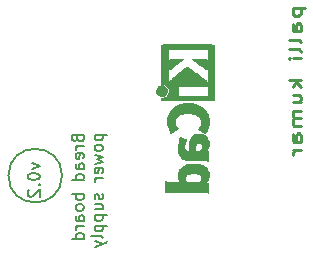
<source format=gbo>
%TF.GenerationSoftware,KiCad,Pcbnew,7.0.6*%
%TF.CreationDate,2023-08-31T21:11:47+05:30*%
%TF.ProjectId,bread board,62726561-6420-4626-9f61-72642e6b6963,rev?*%
%TF.SameCoordinates,Original*%
%TF.FileFunction,Legend,Bot*%
%TF.FilePolarity,Positive*%
%FSLAX46Y46*%
G04 Gerber Fmt 4.6, Leading zero omitted, Abs format (unit mm)*
G04 Created by KiCad (PCBNEW 7.0.6) date 2023-08-31 21:11:47*
%MOMM*%
%LPD*%
G01*
G04 APERTURE LIST*
%ADD10C,0.250000*%
%ADD11C,0.150000*%
%ADD12C,0.010000*%
G04 APERTURE END LIST*
D10*
X117815952Y-109233615D02*
X118815952Y-109233615D01*
X117863571Y-109233615D02*
X117815952Y-109376473D01*
X117815952Y-109376473D02*
X117815952Y-109662187D01*
X117815952Y-109662187D02*
X117863571Y-109805044D01*
X117863571Y-109805044D02*
X117911190Y-109876473D01*
X117911190Y-109876473D02*
X118006428Y-109947901D01*
X118006428Y-109947901D02*
X118292142Y-109947901D01*
X118292142Y-109947901D02*
X118387380Y-109876473D01*
X118387380Y-109876473D02*
X118435000Y-109805044D01*
X118435000Y-109805044D02*
X118482619Y-109662187D01*
X118482619Y-109662187D02*
X118482619Y-109376473D01*
X118482619Y-109376473D02*
X118435000Y-109233615D01*
X118482619Y-111233616D02*
X117958809Y-111233616D01*
X117958809Y-111233616D02*
X117863571Y-111162187D01*
X117863571Y-111162187D02*
X117815952Y-111019330D01*
X117815952Y-111019330D02*
X117815952Y-110733616D01*
X117815952Y-110733616D02*
X117863571Y-110590758D01*
X118435000Y-111233616D02*
X118482619Y-111090758D01*
X118482619Y-111090758D02*
X118482619Y-110733616D01*
X118482619Y-110733616D02*
X118435000Y-110590758D01*
X118435000Y-110590758D02*
X118339761Y-110519330D01*
X118339761Y-110519330D02*
X118244523Y-110519330D01*
X118244523Y-110519330D02*
X118149285Y-110590758D01*
X118149285Y-110590758D02*
X118101666Y-110733616D01*
X118101666Y-110733616D02*
X118101666Y-111090758D01*
X118101666Y-111090758D02*
X118054047Y-111233616D01*
X118482619Y-112162187D02*
X118435000Y-112019330D01*
X118435000Y-112019330D02*
X118339761Y-111947901D01*
X118339761Y-111947901D02*
X117482619Y-111947901D01*
X118482619Y-112947901D02*
X118435000Y-112805044D01*
X118435000Y-112805044D02*
X118339761Y-112733615D01*
X118339761Y-112733615D02*
X117482619Y-112733615D01*
X118482619Y-113519329D02*
X117815952Y-113519329D01*
X117482619Y-113519329D02*
X117530238Y-113447901D01*
X117530238Y-113447901D02*
X117577857Y-113519329D01*
X117577857Y-113519329D02*
X117530238Y-113590758D01*
X117530238Y-113590758D02*
X117482619Y-113519329D01*
X117482619Y-113519329D02*
X117577857Y-113519329D01*
X118482619Y-115376472D02*
X117482619Y-115376472D01*
X118101666Y-115519330D02*
X118482619Y-115947901D01*
X117815952Y-115947901D02*
X118196904Y-115376472D01*
X117815952Y-117233616D02*
X118482619Y-117233616D01*
X117815952Y-116590758D02*
X118339761Y-116590758D01*
X118339761Y-116590758D02*
X118435000Y-116662187D01*
X118435000Y-116662187D02*
X118482619Y-116805044D01*
X118482619Y-116805044D02*
X118482619Y-117019330D01*
X118482619Y-117019330D02*
X118435000Y-117162187D01*
X118435000Y-117162187D02*
X118387380Y-117233616D01*
X118482619Y-117947901D02*
X117815952Y-117947901D01*
X117911190Y-117947901D02*
X117863571Y-118019330D01*
X117863571Y-118019330D02*
X117815952Y-118162187D01*
X117815952Y-118162187D02*
X117815952Y-118376473D01*
X117815952Y-118376473D02*
X117863571Y-118519330D01*
X117863571Y-118519330D02*
X117958809Y-118590759D01*
X117958809Y-118590759D02*
X118482619Y-118590759D01*
X117958809Y-118590759D02*
X117863571Y-118662187D01*
X117863571Y-118662187D02*
X117815952Y-118805044D01*
X117815952Y-118805044D02*
X117815952Y-119019330D01*
X117815952Y-119019330D02*
X117863571Y-119162187D01*
X117863571Y-119162187D02*
X117958809Y-119233616D01*
X117958809Y-119233616D02*
X118482619Y-119233616D01*
X118482619Y-120590759D02*
X117958809Y-120590759D01*
X117958809Y-120590759D02*
X117863571Y-120519330D01*
X117863571Y-120519330D02*
X117815952Y-120376473D01*
X117815952Y-120376473D02*
X117815952Y-120090759D01*
X117815952Y-120090759D02*
X117863571Y-119947901D01*
X118435000Y-120590759D02*
X118482619Y-120447901D01*
X118482619Y-120447901D02*
X118482619Y-120090759D01*
X118482619Y-120090759D02*
X118435000Y-119947901D01*
X118435000Y-119947901D02*
X118339761Y-119876473D01*
X118339761Y-119876473D02*
X118244523Y-119876473D01*
X118244523Y-119876473D02*
X118149285Y-119947901D01*
X118149285Y-119947901D02*
X118101666Y-120090759D01*
X118101666Y-120090759D02*
X118101666Y-120447901D01*
X118101666Y-120447901D02*
X118054047Y-120590759D01*
X118482619Y-121305044D02*
X117815952Y-121305044D01*
X118006428Y-121305044D02*
X117911190Y-121376473D01*
X117911190Y-121376473D02*
X117863571Y-121447902D01*
X117863571Y-121447902D02*
X117815952Y-121590759D01*
X117815952Y-121590759D02*
X117815952Y-121733616D01*
D11*
X99590009Y-120304112D02*
X99637628Y-120446969D01*
X99637628Y-120446969D02*
X99685247Y-120494588D01*
X99685247Y-120494588D02*
X99780485Y-120542207D01*
X99780485Y-120542207D02*
X99923342Y-120542207D01*
X99923342Y-120542207D02*
X100018580Y-120494588D01*
X100018580Y-120494588D02*
X100066200Y-120446969D01*
X100066200Y-120446969D02*
X100113819Y-120351731D01*
X100113819Y-120351731D02*
X100113819Y-119970779D01*
X100113819Y-119970779D02*
X99113819Y-119970779D01*
X99113819Y-119970779D02*
X99113819Y-120304112D01*
X99113819Y-120304112D02*
X99161438Y-120399350D01*
X99161438Y-120399350D02*
X99209057Y-120446969D01*
X99209057Y-120446969D02*
X99304295Y-120494588D01*
X99304295Y-120494588D02*
X99399533Y-120494588D01*
X99399533Y-120494588D02*
X99494771Y-120446969D01*
X99494771Y-120446969D02*
X99542390Y-120399350D01*
X99542390Y-120399350D02*
X99590009Y-120304112D01*
X99590009Y-120304112D02*
X99590009Y-119970779D01*
X100113819Y-120970779D02*
X99447152Y-120970779D01*
X99637628Y-120970779D02*
X99542390Y-121018398D01*
X99542390Y-121018398D02*
X99494771Y-121066017D01*
X99494771Y-121066017D02*
X99447152Y-121161255D01*
X99447152Y-121161255D02*
X99447152Y-121256493D01*
X100066200Y-121970779D02*
X100113819Y-121875541D01*
X100113819Y-121875541D02*
X100113819Y-121685065D01*
X100113819Y-121685065D02*
X100066200Y-121589827D01*
X100066200Y-121589827D02*
X99970961Y-121542208D01*
X99970961Y-121542208D02*
X99590009Y-121542208D01*
X99590009Y-121542208D02*
X99494771Y-121589827D01*
X99494771Y-121589827D02*
X99447152Y-121685065D01*
X99447152Y-121685065D02*
X99447152Y-121875541D01*
X99447152Y-121875541D02*
X99494771Y-121970779D01*
X99494771Y-121970779D02*
X99590009Y-122018398D01*
X99590009Y-122018398D02*
X99685247Y-122018398D01*
X99685247Y-122018398D02*
X99780485Y-121542208D01*
X100113819Y-122875541D02*
X99590009Y-122875541D01*
X99590009Y-122875541D02*
X99494771Y-122827922D01*
X99494771Y-122827922D02*
X99447152Y-122732684D01*
X99447152Y-122732684D02*
X99447152Y-122542208D01*
X99447152Y-122542208D02*
X99494771Y-122446970D01*
X100066200Y-122875541D02*
X100113819Y-122780303D01*
X100113819Y-122780303D02*
X100113819Y-122542208D01*
X100113819Y-122542208D02*
X100066200Y-122446970D01*
X100066200Y-122446970D02*
X99970961Y-122399351D01*
X99970961Y-122399351D02*
X99875723Y-122399351D01*
X99875723Y-122399351D02*
X99780485Y-122446970D01*
X99780485Y-122446970D02*
X99732866Y-122542208D01*
X99732866Y-122542208D02*
X99732866Y-122780303D01*
X99732866Y-122780303D02*
X99685247Y-122875541D01*
X100113819Y-123780303D02*
X99113819Y-123780303D01*
X100066200Y-123780303D02*
X100113819Y-123685065D01*
X100113819Y-123685065D02*
X100113819Y-123494589D01*
X100113819Y-123494589D02*
X100066200Y-123399351D01*
X100066200Y-123399351D02*
X100018580Y-123351732D01*
X100018580Y-123351732D02*
X99923342Y-123304113D01*
X99923342Y-123304113D02*
X99637628Y-123304113D01*
X99637628Y-123304113D02*
X99542390Y-123351732D01*
X99542390Y-123351732D02*
X99494771Y-123399351D01*
X99494771Y-123399351D02*
X99447152Y-123494589D01*
X99447152Y-123494589D02*
X99447152Y-123685065D01*
X99447152Y-123685065D02*
X99494771Y-123780303D01*
X100113819Y-125018399D02*
X99113819Y-125018399D01*
X99494771Y-125018399D02*
X99447152Y-125113637D01*
X99447152Y-125113637D02*
X99447152Y-125304113D01*
X99447152Y-125304113D02*
X99494771Y-125399351D01*
X99494771Y-125399351D02*
X99542390Y-125446970D01*
X99542390Y-125446970D02*
X99637628Y-125494589D01*
X99637628Y-125494589D02*
X99923342Y-125494589D01*
X99923342Y-125494589D02*
X100018580Y-125446970D01*
X100018580Y-125446970D02*
X100066200Y-125399351D01*
X100066200Y-125399351D02*
X100113819Y-125304113D01*
X100113819Y-125304113D02*
X100113819Y-125113637D01*
X100113819Y-125113637D02*
X100066200Y-125018399D01*
X100113819Y-126066018D02*
X100066200Y-125970780D01*
X100066200Y-125970780D02*
X100018580Y-125923161D01*
X100018580Y-125923161D02*
X99923342Y-125875542D01*
X99923342Y-125875542D02*
X99637628Y-125875542D01*
X99637628Y-125875542D02*
X99542390Y-125923161D01*
X99542390Y-125923161D02*
X99494771Y-125970780D01*
X99494771Y-125970780D02*
X99447152Y-126066018D01*
X99447152Y-126066018D02*
X99447152Y-126208875D01*
X99447152Y-126208875D02*
X99494771Y-126304113D01*
X99494771Y-126304113D02*
X99542390Y-126351732D01*
X99542390Y-126351732D02*
X99637628Y-126399351D01*
X99637628Y-126399351D02*
X99923342Y-126399351D01*
X99923342Y-126399351D02*
X100018580Y-126351732D01*
X100018580Y-126351732D02*
X100066200Y-126304113D01*
X100066200Y-126304113D02*
X100113819Y-126208875D01*
X100113819Y-126208875D02*
X100113819Y-126066018D01*
X100113819Y-127256494D02*
X99590009Y-127256494D01*
X99590009Y-127256494D02*
X99494771Y-127208875D01*
X99494771Y-127208875D02*
X99447152Y-127113637D01*
X99447152Y-127113637D02*
X99447152Y-126923161D01*
X99447152Y-126923161D02*
X99494771Y-126827923D01*
X100066200Y-127256494D02*
X100113819Y-127161256D01*
X100113819Y-127161256D02*
X100113819Y-126923161D01*
X100113819Y-126923161D02*
X100066200Y-126827923D01*
X100066200Y-126827923D02*
X99970961Y-126780304D01*
X99970961Y-126780304D02*
X99875723Y-126780304D01*
X99875723Y-126780304D02*
X99780485Y-126827923D01*
X99780485Y-126827923D02*
X99732866Y-126923161D01*
X99732866Y-126923161D02*
X99732866Y-127161256D01*
X99732866Y-127161256D02*
X99685247Y-127256494D01*
X100113819Y-127732685D02*
X99447152Y-127732685D01*
X99637628Y-127732685D02*
X99542390Y-127780304D01*
X99542390Y-127780304D02*
X99494771Y-127827923D01*
X99494771Y-127827923D02*
X99447152Y-127923161D01*
X99447152Y-127923161D02*
X99447152Y-128018399D01*
X100113819Y-128780304D02*
X99113819Y-128780304D01*
X100066200Y-128780304D02*
X100113819Y-128685066D01*
X100113819Y-128685066D02*
X100113819Y-128494590D01*
X100113819Y-128494590D02*
X100066200Y-128399352D01*
X100066200Y-128399352D02*
X100018580Y-128351733D01*
X100018580Y-128351733D02*
X99923342Y-128304114D01*
X99923342Y-128304114D02*
X99637628Y-128304114D01*
X99637628Y-128304114D02*
X99542390Y-128351733D01*
X99542390Y-128351733D02*
X99494771Y-128399352D01*
X99494771Y-128399352D02*
X99447152Y-128494590D01*
X99447152Y-128494590D02*
X99447152Y-128685066D01*
X99447152Y-128685066D02*
X99494771Y-128780304D01*
X101057152Y-119970779D02*
X102057152Y-119970779D01*
X101104771Y-119970779D02*
X101057152Y-120066017D01*
X101057152Y-120066017D02*
X101057152Y-120256493D01*
X101057152Y-120256493D02*
X101104771Y-120351731D01*
X101104771Y-120351731D02*
X101152390Y-120399350D01*
X101152390Y-120399350D02*
X101247628Y-120446969D01*
X101247628Y-120446969D02*
X101533342Y-120446969D01*
X101533342Y-120446969D02*
X101628580Y-120399350D01*
X101628580Y-120399350D02*
X101676200Y-120351731D01*
X101676200Y-120351731D02*
X101723819Y-120256493D01*
X101723819Y-120256493D02*
X101723819Y-120066017D01*
X101723819Y-120066017D02*
X101676200Y-119970779D01*
X101723819Y-121018398D02*
X101676200Y-120923160D01*
X101676200Y-120923160D02*
X101628580Y-120875541D01*
X101628580Y-120875541D02*
X101533342Y-120827922D01*
X101533342Y-120827922D02*
X101247628Y-120827922D01*
X101247628Y-120827922D02*
X101152390Y-120875541D01*
X101152390Y-120875541D02*
X101104771Y-120923160D01*
X101104771Y-120923160D02*
X101057152Y-121018398D01*
X101057152Y-121018398D02*
X101057152Y-121161255D01*
X101057152Y-121161255D02*
X101104771Y-121256493D01*
X101104771Y-121256493D02*
X101152390Y-121304112D01*
X101152390Y-121304112D02*
X101247628Y-121351731D01*
X101247628Y-121351731D02*
X101533342Y-121351731D01*
X101533342Y-121351731D02*
X101628580Y-121304112D01*
X101628580Y-121304112D02*
X101676200Y-121256493D01*
X101676200Y-121256493D02*
X101723819Y-121161255D01*
X101723819Y-121161255D02*
X101723819Y-121018398D01*
X101057152Y-121685065D02*
X101723819Y-121875541D01*
X101723819Y-121875541D02*
X101247628Y-122066017D01*
X101247628Y-122066017D02*
X101723819Y-122256493D01*
X101723819Y-122256493D02*
X101057152Y-122446969D01*
X101676200Y-123208874D02*
X101723819Y-123113636D01*
X101723819Y-123113636D02*
X101723819Y-122923160D01*
X101723819Y-122923160D02*
X101676200Y-122827922D01*
X101676200Y-122827922D02*
X101580961Y-122780303D01*
X101580961Y-122780303D02*
X101200009Y-122780303D01*
X101200009Y-122780303D02*
X101104771Y-122827922D01*
X101104771Y-122827922D02*
X101057152Y-122923160D01*
X101057152Y-122923160D02*
X101057152Y-123113636D01*
X101057152Y-123113636D02*
X101104771Y-123208874D01*
X101104771Y-123208874D02*
X101200009Y-123256493D01*
X101200009Y-123256493D02*
X101295247Y-123256493D01*
X101295247Y-123256493D02*
X101390485Y-122780303D01*
X101723819Y-123685065D02*
X101057152Y-123685065D01*
X101247628Y-123685065D02*
X101152390Y-123732684D01*
X101152390Y-123732684D02*
X101104771Y-123780303D01*
X101104771Y-123780303D02*
X101057152Y-123875541D01*
X101057152Y-123875541D02*
X101057152Y-123970779D01*
X101676200Y-125018399D02*
X101723819Y-125113637D01*
X101723819Y-125113637D02*
X101723819Y-125304113D01*
X101723819Y-125304113D02*
X101676200Y-125399351D01*
X101676200Y-125399351D02*
X101580961Y-125446970D01*
X101580961Y-125446970D02*
X101533342Y-125446970D01*
X101533342Y-125446970D02*
X101438104Y-125399351D01*
X101438104Y-125399351D02*
X101390485Y-125304113D01*
X101390485Y-125304113D02*
X101390485Y-125161256D01*
X101390485Y-125161256D02*
X101342866Y-125066018D01*
X101342866Y-125066018D02*
X101247628Y-125018399D01*
X101247628Y-125018399D02*
X101200009Y-125018399D01*
X101200009Y-125018399D02*
X101104771Y-125066018D01*
X101104771Y-125066018D02*
X101057152Y-125161256D01*
X101057152Y-125161256D02*
X101057152Y-125304113D01*
X101057152Y-125304113D02*
X101104771Y-125399351D01*
X101057152Y-126304113D02*
X101723819Y-126304113D01*
X101057152Y-125875542D02*
X101580961Y-125875542D01*
X101580961Y-125875542D02*
X101676200Y-125923161D01*
X101676200Y-125923161D02*
X101723819Y-126018399D01*
X101723819Y-126018399D02*
X101723819Y-126161256D01*
X101723819Y-126161256D02*
X101676200Y-126256494D01*
X101676200Y-126256494D02*
X101628580Y-126304113D01*
X101057152Y-126780304D02*
X102057152Y-126780304D01*
X101104771Y-126780304D02*
X101057152Y-126875542D01*
X101057152Y-126875542D02*
X101057152Y-127066018D01*
X101057152Y-127066018D02*
X101104771Y-127161256D01*
X101104771Y-127161256D02*
X101152390Y-127208875D01*
X101152390Y-127208875D02*
X101247628Y-127256494D01*
X101247628Y-127256494D02*
X101533342Y-127256494D01*
X101533342Y-127256494D02*
X101628580Y-127208875D01*
X101628580Y-127208875D02*
X101676200Y-127161256D01*
X101676200Y-127161256D02*
X101723819Y-127066018D01*
X101723819Y-127066018D02*
X101723819Y-126875542D01*
X101723819Y-126875542D02*
X101676200Y-126780304D01*
X101057152Y-127685066D02*
X102057152Y-127685066D01*
X101104771Y-127685066D02*
X101057152Y-127780304D01*
X101057152Y-127780304D02*
X101057152Y-127970780D01*
X101057152Y-127970780D02*
X101104771Y-128066018D01*
X101104771Y-128066018D02*
X101152390Y-128113637D01*
X101152390Y-128113637D02*
X101247628Y-128161256D01*
X101247628Y-128161256D02*
X101533342Y-128161256D01*
X101533342Y-128161256D02*
X101628580Y-128113637D01*
X101628580Y-128113637D02*
X101676200Y-128066018D01*
X101676200Y-128066018D02*
X101723819Y-127970780D01*
X101723819Y-127970780D02*
X101723819Y-127780304D01*
X101723819Y-127780304D02*
X101676200Y-127685066D01*
X101723819Y-128732685D02*
X101676200Y-128637447D01*
X101676200Y-128637447D02*
X101580961Y-128589828D01*
X101580961Y-128589828D02*
X100723819Y-128589828D01*
X101057152Y-129018400D02*
X101723819Y-129256495D01*
X101057152Y-129494590D02*
X101723819Y-129256495D01*
X101723819Y-129256495D02*
X101961914Y-129161257D01*
X101961914Y-129161257D02*
X102009533Y-129113638D01*
X102009533Y-129113638D02*
X102057152Y-129018400D01*
X98283845Y-123444000D02*
G75*
G03*
X98283845Y-123444000I-2271845J0D01*
G01*
X95723152Y-122415541D02*
X96389819Y-122653636D01*
X96389819Y-122653636D02*
X95723152Y-122891731D01*
X95389819Y-123463160D02*
X95389819Y-123558398D01*
X95389819Y-123558398D02*
X95437438Y-123653636D01*
X95437438Y-123653636D02*
X95485057Y-123701255D01*
X95485057Y-123701255D02*
X95580295Y-123748874D01*
X95580295Y-123748874D02*
X95770771Y-123796493D01*
X95770771Y-123796493D02*
X96008866Y-123796493D01*
X96008866Y-123796493D02*
X96199342Y-123748874D01*
X96199342Y-123748874D02*
X96294580Y-123701255D01*
X96294580Y-123701255D02*
X96342200Y-123653636D01*
X96342200Y-123653636D02*
X96389819Y-123558398D01*
X96389819Y-123558398D02*
X96389819Y-123463160D01*
X96389819Y-123463160D02*
X96342200Y-123367922D01*
X96342200Y-123367922D02*
X96294580Y-123320303D01*
X96294580Y-123320303D02*
X96199342Y-123272684D01*
X96199342Y-123272684D02*
X96008866Y-123225065D01*
X96008866Y-123225065D02*
X95770771Y-123225065D01*
X95770771Y-123225065D02*
X95580295Y-123272684D01*
X95580295Y-123272684D02*
X95485057Y-123320303D01*
X95485057Y-123320303D02*
X95437438Y-123367922D01*
X95437438Y-123367922D02*
X95389819Y-123463160D01*
X96294580Y-124225065D02*
X96342200Y-124272684D01*
X96342200Y-124272684D02*
X96389819Y-124225065D01*
X96389819Y-124225065D02*
X96342200Y-124177446D01*
X96342200Y-124177446D02*
X96294580Y-124225065D01*
X96294580Y-124225065D02*
X96389819Y-124225065D01*
X95485057Y-124653636D02*
X95437438Y-124701255D01*
X95437438Y-124701255D02*
X95389819Y-124796493D01*
X95389819Y-124796493D02*
X95389819Y-125034588D01*
X95389819Y-125034588D02*
X95437438Y-125129826D01*
X95437438Y-125129826D02*
X95485057Y-125177445D01*
X95485057Y-125177445D02*
X95580295Y-125225064D01*
X95580295Y-125225064D02*
X95675533Y-125225064D01*
X95675533Y-125225064D02*
X95818390Y-125177445D01*
X95818390Y-125177445D02*
X96389819Y-124606017D01*
X96389819Y-124606017D02*
X96389819Y-125225064D01*
%TO.C,REF\u002A\u002A*%
D12*
X109051263Y-117294751D02*
X109252519Y-117311511D01*
X109447066Y-117345010D01*
X109630694Y-117395258D01*
X109747991Y-117439112D01*
X109910889Y-117516954D01*
X110064804Y-117610474D01*
X110206609Y-117717480D01*
X110333177Y-117835783D01*
X110441379Y-117963191D01*
X110494058Y-118040696D01*
X110563688Y-118167577D01*
X110622406Y-118305059D01*
X110667525Y-118446586D01*
X110696360Y-118585600D01*
X110698044Y-118599705D01*
X110701372Y-118643149D01*
X110704213Y-118700579D01*
X110706311Y-118766180D01*
X110707406Y-118834135D01*
X110705078Y-118960924D01*
X110692074Y-119108629D01*
X110667071Y-119246523D01*
X110629256Y-119380288D01*
X110620827Y-119403740D01*
X110601346Y-119451690D01*
X110576411Y-119508162D01*
X110547660Y-119569923D01*
X110516728Y-119633739D01*
X110485253Y-119696376D01*
X110454872Y-119754599D01*
X110427221Y-119805175D01*
X110403937Y-119844869D01*
X110386656Y-119870448D01*
X110377017Y-119878677D01*
X110373922Y-119877226D01*
X110354017Y-119866052D01*
X110318358Y-119845168D01*
X110269397Y-119816037D01*
X110209584Y-119780121D01*
X110141371Y-119738882D01*
X110067209Y-119693785D01*
X109769946Y-119512517D01*
X109814477Y-119465987D01*
X109892803Y-119374579D01*
X109967377Y-119260968D01*
X110021412Y-119143180D01*
X110054228Y-119022743D01*
X110065149Y-118901185D01*
X110063806Y-118859717D01*
X110045550Y-118742222D01*
X110006555Y-118632213D01*
X109947608Y-118530872D01*
X109869495Y-118439381D01*
X109773002Y-118358922D01*
X109658916Y-118290675D01*
X109624662Y-118274394D01*
X109501178Y-118228320D01*
X109362856Y-118193196D01*
X109213499Y-118169105D01*
X109056911Y-118156129D01*
X108896894Y-118154353D01*
X108737252Y-118163859D01*
X108581788Y-118184730D01*
X108434304Y-118217050D01*
X108298605Y-118260903D01*
X108212014Y-118298320D01*
X108098626Y-118363117D01*
X108005008Y-118438530D01*
X107930897Y-118524884D01*
X107876032Y-118622507D01*
X107840150Y-118731725D01*
X107822989Y-118852863D01*
X107821818Y-118922264D01*
X107836079Y-119045134D01*
X107871179Y-119160638D01*
X107926620Y-119267349D01*
X108001902Y-119363838D01*
X108016378Y-119379582D01*
X108042900Y-119410152D01*
X108060076Y-119432493D01*
X108064725Y-119442611D01*
X108062535Y-119444596D01*
X108043659Y-119459061D01*
X108010335Y-119482902D01*
X107965318Y-119514273D01*
X107911363Y-119551328D01*
X107851223Y-119592219D01*
X107787656Y-119635100D01*
X107723414Y-119678124D01*
X107661253Y-119719445D01*
X107603929Y-119757216D01*
X107554195Y-119789590D01*
X107514806Y-119814720D01*
X107488518Y-119830760D01*
X107478085Y-119835863D01*
X107473879Y-119831252D01*
X107468871Y-119812035D01*
X107466324Y-119802464D01*
X107455187Y-119774493D01*
X107436740Y-119732854D01*
X107412663Y-119681307D01*
X107384637Y-119623612D01*
X107379092Y-119612345D01*
X107299827Y-119434615D01*
X107240323Y-119264812D01*
X107200183Y-119100872D01*
X107179009Y-118940731D01*
X107176404Y-118782325D01*
X107191971Y-118623591D01*
X107209461Y-118528034D01*
X107254502Y-118363744D01*
X107317594Y-118209713D01*
X107399853Y-118063793D01*
X107502395Y-117923836D01*
X107626337Y-117787694D01*
X107671599Y-117743829D01*
X107803803Y-117631544D01*
X107941770Y-117538330D01*
X108089688Y-117461583D01*
X108251741Y-117398699D01*
X108263329Y-117394882D01*
X108449330Y-117344795D01*
X108645459Y-117311403D01*
X108847506Y-117294718D01*
X109051263Y-117294751D01*
G36*
X109051263Y-117294751D02*
G01*
X109252519Y-117311511D01*
X109447066Y-117345010D01*
X109630694Y-117395258D01*
X109747991Y-117439112D01*
X109910889Y-117516954D01*
X110064804Y-117610474D01*
X110206609Y-117717480D01*
X110333177Y-117835783D01*
X110441379Y-117963191D01*
X110494058Y-118040696D01*
X110563688Y-118167577D01*
X110622406Y-118305059D01*
X110667525Y-118446586D01*
X110696360Y-118585600D01*
X110698044Y-118599705D01*
X110701372Y-118643149D01*
X110704213Y-118700579D01*
X110706311Y-118766180D01*
X110707406Y-118834135D01*
X110705078Y-118960924D01*
X110692074Y-119108629D01*
X110667071Y-119246523D01*
X110629256Y-119380288D01*
X110620827Y-119403740D01*
X110601346Y-119451690D01*
X110576411Y-119508162D01*
X110547660Y-119569923D01*
X110516728Y-119633739D01*
X110485253Y-119696376D01*
X110454872Y-119754599D01*
X110427221Y-119805175D01*
X110403937Y-119844869D01*
X110386656Y-119870448D01*
X110377017Y-119878677D01*
X110373922Y-119877226D01*
X110354017Y-119866052D01*
X110318358Y-119845168D01*
X110269397Y-119816037D01*
X110209584Y-119780121D01*
X110141371Y-119738882D01*
X110067209Y-119693785D01*
X109769946Y-119512517D01*
X109814477Y-119465987D01*
X109892803Y-119374579D01*
X109967377Y-119260968D01*
X110021412Y-119143180D01*
X110054228Y-119022743D01*
X110065149Y-118901185D01*
X110063806Y-118859717D01*
X110045550Y-118742222D01*
X110006555Y-118632213D01*
X109947608Y-118530872D01*
X109869495Y-118439381D01*
X109773002Y-118358922D01*
X109658916Y-118290675D01*
X109624662Y-118274394D01*
X109501178Y-118228320D01*
X109362856Y-118193196D01*
X109213499Y-118169105D01*
X109056911Y-118156129D01*
X108896894Y-118154353D01*
X108737252Y-118163859D01*
X108581788Y-118184730D01*
X108434304Y-118217050D01*
X108298605Y-118260903D01*
X108212014Y-118298320D01*
X108098626Y-118363117D01*
X108005008Y-118438530D01*
X107930897Y-118524884D01*
X107876032Y-118622507D01*
X107840150Y-118731725D01*
X107822989Y-118852863D01*
X107821818Y-118922264D01*
X107836079Y-119045134D01*
X107871179Y-119160638D01*
X107926620Y-119267349D01*
X108001902Y-119363838D01*
X108016378Y-119379582D01*
X108042900Y-119410152D01*
X108060076Y-119432493D01*
X108064725Y-119442611D01*
X108062535Y-119444596D01*
X108043659Y-119459061D01*
X108010335Y-119482902D01*
X107965318Y-119514273D01*
X107911363Y-119551328D01*
X107851223Y-119592219D01*
X107787656Y-119635100D01*
X107723414Y-119678124D01*
X107661253Y-119719445D01*
X107603929Y-119757216D01*
X107554195Y-119789590D01*
X107514806Y-119814720D01*
X107488518Y-119830760D01*
X107478085Y-119835863D01*
X107473879Y-119831252D01*
X107468871Y-119812035D01*
X107466324Y-119802464D01*
X107455187Y-119774493D01*
X107436740Y-119732854D01*
X107412663Y-119681307D01*
X107384637Y-119623612D01*
X107379092Y-119612345D01*
X107299827Y-119434615D01*
X107240323Y-119264812D01*
X107200183Y-119100872D01*
X107179009Y-118940731D01*
X107176404Y-118782325D01*
X107191971Y-118623591D01*
X107209461Y-118528034D01*
X107254502Y-118363744D01*
X107317594Y-118209713D01*
X107399853Y-118063793D01*
X107502395Y-117923836D01*
X107626337Y-117787694D01*
X107671599Y-117743829D01*
X107803803Y-117631544D01*
X107941770Y-117538330D01*
X108089688Y-117461583D01*
X108251741Y-117398699D01*
X108263329Y-117394882D01*
X108449330Y-117344795D01*
X108645459Y-117311403D01*
X108847506Y-117294718D01*
X109051263Y-117294751D01*
G37*
X106764245Y-115807633D02*
X106805388Y-115809842D01*
X106837520Y-115815408D01*
X106868060Y-115825716D01*
X106904427Y-115842154D01*
X106931666Y-115856102D01*
X107017367Y-115914637D01*
X107086555Y-115986683D01*
X107137679Y-116070355D01*
X107169188Y-116163771D01*
X107176163Y-116196868D01*
X107183032Y-116237342D01*
X107184857Y-116270303D01*
X107181885Y-116304604D01*
X107174364Y-116349102D01*
X107161940Y-116400368D01*
X107124050Y-116490868D01*
X107069774Y-116569957D01*
X107001708Y-116635774D01*
X106922449Y-116686462D01*
X106834592Y-116720162D01*
X106740733Y-116735016D01*
X106643468Y-116729166D01*
X106547158Y-116702903D01*
X106458432Y-116657884D01*
X106383357Y-116596929D01*
X106323579Y-116522118D01*
X106280747Y-116435534D01*
X106256509Y-116339259D01*
X106252514Y-116235374D01*
X106262788Y-116157740D01*
X106289991Y-116074989D01*
X106335422Y-115999896D01*
X106401240Y-115928004D01*
X106445505Y-115889456D01*
X106503899Y-115850046D01*
X106564524Y-115824856D01*
X106633803Y-115811441D01*
X106718160Y-115807354D01*
X106764245Y-115807633D01*
G36*
X106764245Y-115807633D02*
G01*
X106805388Y-115809842D01*
X106837520Y-115815408D01*
X106868060Y-115825716D01*
X106904427Y-115842154D01*
X106931666Y-115856102D01*
X107017367Y-115914637D01*
X107086555Y-115986683D01*
X107137679Y-116070355D01*
X107169188Y-116163771D01*
X107176163Y-116196868D01*
X107183032Y-116237342D01*
X107184857Y-116270303D01*
X107181885Y-116304604D01*
X107174364Y-116349102D01*
X107161940Y-116400368D01*
X107124050Y-116490868D01*
X107069774Y-116569957D01*
X107001708Y-116635774D01*
X106922449Y-116686462D01*
X106834592Y-116720162D01*
X106740733Y-116735016D01*
X106643468Y-116729166D01*
X106547158Y-116702903D01*
X106458432Y-116657884D01*
X106383357Y-116596929D01*
X106323579Y-116522118D01*
X106280747Y-116435534D01*
X106256509Y-116339259D01*
X106252514Y-116235374D01*
X106262788Y-116157740D01*
X106289991Y-116074989D01*
X106335422Y-115999896D01*
X106401240Y-115928004D01*
X106445505Y-115889456D01*
X106503899Y-115850046D01*
X106564524Y-115824856D01*
X106633803Y-115811441D01*
X106718160Y-115807354D01*
X106764245Y-115807633D01*
G37*
X109851233Y-112335615D02*
X110031473Y-112335709D01*
X110193953Y-112335907D01*
X110339608Y-112336239D01*
X110469372Y-112336733D01*
X110584181Y-112337419D01*
X110684968Y-112338326D01*
X110772668Y-112339485D01*
X110848217Y-112340924D01*
X110912549Y-112342673D01*
X110966599Y-112344762D01*
X111011301Y-112347219D01*
X111047590Y-112350075D01*
X111076401Y-112353359D01*
X111098669Y-112357100D01*
X111115328Y-112361328D01*
X111127313Y-112366073D01*
X111135559Y-112371363D01*
X111141000Y-112377229D01*
X111144572Y-112383700D01*
X111147208Y-112390805D01*
X111149844Y-112398574D01*
X111153415Y-112407036D01*
X111155083Y-112411394D01*
X111157049Y-112419907D01*
X111158849Y-112432608D01*
X111160493Y-112450417D01*
X111161985Y-112474253D01*
X111163335Y-112505036D01*
X111164549Y-112543685D01*
X111165635Y-112591120D01*
X111166599Y-112648259D01*
X111167449Y-112716023D01*
X111168191Y-112795331D01*
X111168835Y-112887103D01*
X111169385Y-112992258D01*
X111169851Y-113111715D01*
X111170238Y-113246394D01*
X111170554Y-113397214D01*
X111170807Y-113565096D01*
X111171004Y-113750957D01*
X111171151Y-113955719D01*
X111171256Y-114180300D01*
X111171327Y-114425620D01*
X111171370Y-114692598D01*
X111171375Y-114730981D01*
X111171418Y-114996380D01*
X111171463Y-115240252D01*
X111171486Y-115463519D01*
X111171462Y-115667106D01*
X111171368Y-115851935D01*
X111171181Y-116018929D01*
X111170877Y-116169012D01*
X111170432Y-116303106D01*
X111169823Y-116422136D01*
X111169027Y-116527023D01*
X111168018Y-116618692D01*
X111166775Y-116698065D01*
X111165273Y-116766065D01*
X111163489Y-116823616D01*
X111161399Y-116871640D01*
X111158980Y-116911062D01*
X111156208Y-116942803D01*
X111153059Y-116967788D01*
X111149510Y-116986938D01*
X111145536Y-117001179D01*
X111141116Y-117011431D01*
X111136224Y-117018620D01*
X111130838Y-117023667D01*
X111124934Y-117027497D01*
X111118487Y-117031031D01*
X111111475Y-117035194D01*
X111109625Y-117036277D01*
X111104118Y-117038489D01*
X111095806Y-117040516D01*
X111083747Y-117042364D01*
X111067001Y-117044041D01*
X111044625Y-117045557D01*
X111015678Y-117046919D01*
X110979218Y-117048135D01*
X110934305Y-117049213D01*
X110879995Y-117050162D01*
X110815348Y-117050990D01*
X110739422Y-117051705D01*
X110651276Y-117052315D01*
X110549967Y-117052828D01*
X110434555Y-117053252D01*
X110304098Y-117053596D01*
X110157654Y-117053868D01*
X109994282Y-117054075D01*
X109813039Y-117054226D01*
X109612986Y-117054330D01*
X109393179Y-117054394D01*
X109152677Y-117054426D01*
X108890540Y-117054435D01*
X106698969Y-117054435D01*
X106660587Y-117016053D01*
X106636849Y-116988947D01*
X106625049Y-116962049D01*
X106622205Y-116925742D01*
X106622205Y-116873813D01*
X106710144Y-116873813D01*
X106760040Y-116871875D01*
X106870461Y-116853103D01*
X106971925Y-116816085D01*
X107063090Y-116762933D01*
X107142611Y-116695756D01*
X107164187Y-116670107D01*
X108134916Y-116670107D01*
X109311783Y-116673182D01*
X110488649Y-116676257D01*
X110547560Y-116702895D01*
X110572121Y-116714817D01*
X110602372Y-116732056D01*
X110619498Y-116745228D01*
X110627529Y-116753226D01*
X110642431Y-116760924D01*
X110643703Y-116757042D01*
X110645729Y-116733782D01*
X110647564Y-116691428D01*
X110649165Y-116632170D01*
X110650487Y-116558195D01*
X110651486Y-116471692D01*
X110652118Y-116374850D01*
X110652338Y-116269857D01*
X110652287Y-116200946D01*
X110652029Y-116102695D01*
X110651575Y-116013272D01*
X110650948Y-115934969D01*
X110650173Y-115870079D01*
X110649273Y-115820891D01*
X110648272Y-115789698D01*
X110647195Y-115778791D01*
X110643975Y-115779980D01*
X110626390Y-115790126D01*
X110600096Y-115807262D01*
X110587629Y-115815762D01*
X110573560Y-115824973D01*
X110559289Y-115833069D01*
X110543417Y-115840117D01*
X110524547Y-115846185D01*
X110501279Y-115851341D01*
X110472216Y-115855651D01*
X110435959Y-115859183D01*
X110391108Y-115862005D01*
X110336266Y-115864184D01*
X110270035Y-115865788D01*
X110191015Y-115866883D01*
X110097809Y-115867537D01*
X109989017Y-115867818D01*
X109863241Y-115867793D01*
X109719083Y-115867530D01*
X109555145Y-115867096D01*
X109370027Y-115866557D01*
X109191170Y-115866023D01*
X109032312Y-115865497D01*
X108893254Y-115864952D01*
X108772603Y-115864357D01*
X108668966Y-115863683D01*
X108580949Y-115862899D01*
X108507161Y-115861976D01*
X108446207Y-115860883D01*
X108396695Y-115859590D01*
X108357231Y-115858067D01*
X108326422Y-115856283D01*
X108302876Y-115854210D01*
X108285198Y-115851816D01*
X108271997Y-115849072D01*
X108261878Y-115845946D01*
X108253449Y-115842410D01*
X108245313Y-115838511D01*
X108208482Y-115818864D01*
X108178329Y-115800077D01*
X108176846Y-115799030D01*
X108154597Y-115784700D01*
X108141640Y-115778791D01*
X108141187Y-115779798D01*
X108139741Y-115796997D01*
X108138418Y-115833646D01*
X108137254Y-115887340D01*
X108136285Y-115955672D01*
X108135549Y-116036238D01*
X108135080Y-116126632D01*
X108134916Y-116224449D01*
X108134916Y-116670107D01*
X107164187Y-116670107D01*
X107209143Y-116616664D01*
X107261344Y-116527768D01*
X107297868Y-116431177D01*
X107317372Y-116329002D01*
X107318511Y-116223352D01*
X107299943Y-116116338D01*
X107260322Y-116010070D01*
X107202454Y-115913083D01*
X107127622Y-115828009D01*
X107039553Y-115759287D01*
X106940554Y-115708384D01*
X106832931Y-115676767D01*
X106718992Y-115665902D01*
X106622205Y-115665902D01*
X106622205Y-114045549D01*
X106622218Y-113834405D01*
X106622268Y-113630282D01*
X106622368Y-113446616D01*
X106622530Y-113282311D01*
X106622767Y-113136273D01*
X106623091Y-113007408D01*
X106623513Y-112894619D01*
X106624047Y-112796814D01*
X106624705Y-112712898D01*
X106625499Y-112641775D01*
X106625526Y-112640105D01*
X107231805Y-112640105D01*
X107231805Y-113699988D01*
X107294904Y-113661991D01*
X107319943Y-113647309D01*
X107347524Y-113632771D01*
X107375638Y-113620675D01*
X107406489Y-113610770D01*
X107442282Y-113602808D01*
X107485221Y-113596541D01*
X107537512Y-113591720D01*
X107601357Y-113588096D01*
X107678963Y-113585421D01*
X107772532Y-113583445D01*
X107884271Y-113581920D01*
X108016383Y-113580598D01*
X108136372Y-113579689D01*
X108253001Y-113579282D01*
X108348469Y-113579535D01*
X108422494Y-113580445D01*
X108474793Y-113582009D01*
X108505087Y-113584223D01*
X108513094Y-113587082D01*
X108509796Y-113590141D01*
X108488346Y-113608296D01*
X108451827Y-113638027D01*
X108402380Y-113677663D01*
X108342145Y-113725531D01*
X108273265Y-113779959D01*
X108197881Y-113839275D01*
X108118134Y-113901807D01*
X108036166Y-113965881D01*
X107954118Y-114029827D01*
X107874132Y-114091971D01*
X107798349Y-114150641D01*
X107728911Y-114204165D01*
X107667959Y-114250872D01*
X107617634Y-114289088D01*
X107580078Y-114317141D01*
X107557433Y-114333359D01*
X107485150Y-114378667D01*
X107405401Y-114418641D01*
X107337126Y-114440172D01*
X107279782Y-114443475D01*
X107231805Y-114438186D01*
X107232055Y-115569946D01*
X107262660Y-115530435D01*
X107270027Y-115521054D01*
X107324376Y-115458119D01*
X107392197Y-115389305D01*
X107475454Y-115312706D01*
X107576116Y-115226414D01*
X107596785Y-115209250D01*
X107646347Y-115168469D01*
X107707264Y-115118714D01*
X107777836Y-115061347D01*
X107856362Y-114997733D01*
X107941142Y-114929233D01*
X108030475Y-114857212D01*
X108122660Y-114783032D01*
X108141640Y-114767785D01*
X108215998Y-114708056D01*
X108308786Y-114633649D01*
X108399326Y-114561171D01*
X108485916Y-114491988D01*
X108566856Y-114427461D01*
X108640444Y-114368955D01*
X108704982Y-114317832D01*
X108758767Y-114275455D01*
X108800100Y-114243187D01*
X108827280Y-114222392D01*
X108838606Y-114214433D01*
X108842709Y-114216191D01*
X108863272Y-114229072D01*
X108899499Y-114253417D01*
X108949762Y-114288055D01*
X109012430Y-114331816D01*
X109085874Y-114383527D01*
X109168465Y-114442018D01*
X109258574Y-114506118D01*
X109354569Y-114574656D01*
X109454823Y-114646459D01*
X109557706Y-114720358D01*
X109661588Y-114795181D01*
X109764839Y-114869757D01*
X109865830Y-114942915D01*
X109962932Y-115013483D01*
X110054515Y-115080291D01*
X110138949Y-115142167D01*
X110214605Y-115197941D01*
X110279854Y-115246440D01*
X110333066Y-115286495D01*
X110372611Y-115316933D01*
X110397964Y-115337358D01*
X110452233Y-115383403D01*
X110508713Y-115433690D01*
X110558607Y-115480487D01*
X110652338Y-115571651D01*
X110652338Y-114417212D01*
X110576138Y-114417846D01*
X110534098Y-114416728D01*
X110498272Y-114410998D01*
X110460710Y-114398412D01*
X110412515Y-114376734D01*
X110405835Y-114373513D01*
X110356297Y-114348114D01*
X110308307Y-114321306D01*
X110271404Y-114298385D01*
X110264772Y-114293817D01*
X110233531Y-114271786D01*
X110188592Y-114239609D01*
X110132085Y-114198845D01*
X110066142Y-114151057D01*
X109992895Y-114097804D01*
X109914474Y-114040647D01*
X109833010Y-113981147D01*
X109750636Y-113920865D01*
X109669482Y-113861362D01*
X109591680Y-113804197D01*
X109519361Y-113750932D01*
X109454656Y-113703128D01*
X109399697Y-113662345D01*
X109356614Y-113630144D01*
X109327540Y-113608086D01*
X109314605Y-113597731D01*
X109310289Y-113593258D01*
X109308250Y-113589066D01*
X109310864Y-113585659D01*
X109319924Y-113582977D01*
X109337223Y-113580961D01*
X109364552Y-113579554D01*
X109403703Y-113578697D01*
X109456471Y-113578332D01*
X109524645Y-113578399D01*
X109610020Y-113578842D01*
X109714387Y-113579600D01*
X109839538Y-113580617D01*
X109884238Y-113580994D01*
X110005333Y-113582133D01*
X110106626Y-113583330D01*
X110190200Y-113584666D01*
X110258142Y-113586225D01*
X110312537Y-113588087D01*
X110355470Y-113590336D01*
X110389027Y-113593054D01*
X110415293Y-113596323D01*
X110436354Y-113600224D01*
X110454295Y-113604841D01*
X110480708Y-113613110D01*
X110542710Y-113636719D01*
X110595511Y-113662617D01*
X110632583Y-113687767D01*
X110634013Y-113688963D01*
X110638362Y-113691134D01*
X110641964Y-113688974D01*
X110644889Y-113680658D01*
X110647207Y-113664362D01*
X110648989Y-113638261D01*
X110650305Y-113600531D01*
X110651224Y-113549346D01*
X110651816Y-113482882D01*
X110652153Y-113399315D01*
X110652303Y-113296819D01*
X110652338Y-113173570D01*
X110652338Y-112642006D01*
X110594721Y-112680779D01*
X110585831Y-112686870D01*
X110571007Y-112697326D01*
X110557360Y-112706723D01*
X110543703Y-112715119D01*
X110528849Y-112722569D01*
X110511608Y-112729129D01*
X110490793Y-112734856D01*
X110465218Y-112739807D01*
X110433693Y-112744036D01*
X110395031Y-112747601D01*
X110348045Y-112750558D01*
X110291546Y-112752962D01*
X110224347Y-112754871D01*
X110145260Y-112756340D01*
X110053098Y-112757426D01*
X109946672Y-112758184D01*
X109824795Y-112758672D01*
X109686279Y-112758944D01*
X109529937Y-112759059D01*
X109354580Y-112759071D01*
X109159020Y-112759037D01*
X108942071Y-112759013D01*
X108819451Y-112759022D01*
X108614385Y-112759059D01*
X108430054Y-112759075D01*
X108265272Y-112759014D01*
X108118854Y-112758818D01*
X107989612Y-112758432D01*
X107876360Y-112757797D01*
X107777913Y-112756858D01*
X107693082Y-112755557D01*
X107620682Y-112753838D01*
X107559527Y-112751643D01*
X107508430Y-112748917D01*
X107466205Y-112745601D01*
X107431665Y-112741640D01*
X107403624Y-112736977D01*
X107380896Y-112731555D01*
X107362294Y-112725316D01*
X107346631Y-112718205D01*
X107332722Y-112710164D01*
X107319379Y-112701136D01*
X107305417Y-112691066D01*
X107289649Y-112679895D01*
X107231805Y-112640105D01*
X106625526Y-112640105D01*
X106626442Y-112582352D01*
X106627546Y-112533534D01*
X106628822Y-112494225D01*
X106630285Y-112463333D01*
X106631945Y-112439761D01*
X106633816Y-112422416D01*
X106635910Y-112410203D01*
X106638238Y-112402027D01*
X106640814Y-112396794D01*
X106644383Y-112390798D01*
X106647916Y-112384023D01*
X106651426Y-112377824D01*
X106655856Y-112372176D01*
X106662146Y-112367055D01*
X106671239Y-112362433D01*
X106684077Y-112358287D01*
X106701600Y-112354589D01*
X106724751Y-112351315D01*
X106754472Y-112348439D01*
X106791703Y-112345935D01*
X106837387Y-112343778D01*
X106892465Y-112341942D01*
X106957879Y-112340402D01*
X107034571Y-112339132D01*
X107123482Y-112338107D01*
X107225555Y-112337301D01*
X107231805Y-112337268D01*
X107341730Y-112336688D01*
X107472949Y-112336243D01*
X107620154Y-112335940D01*
X107784287Y-112335754D01*
X107966290Y-112335660D01*
X108167103Y-112335631D01*
X108387670Y-112335641D01*
X108628930Y-112335666D01*
X108891827Y-112335680D01*
X108933978Y-112335680D01*
X109194606Y-112335656D01*
X109433734Y-112335617D01*
X109652298Y-112335594D01*
X109851233Y-112335615D01*
G36*
X109851233Y-112335615D02*
G01*
X110031473Y-112335709D01*
X110193953Y-112335907D01*
X110339608Y-112336239D01*
X110469372Y-112336733D01*
X110584181Y-112337419D01*
X110684968Y-112338326D01*
X110772668Y-112339485D01*
X110848217Y-112340924D01*
X110912549Y-112342673D01*
X110966599Y-112344762D01*
X111011301Y-112347219D01*
X111047590Y-112350075D01*
X111076401Y-112353359D01*
X111098669Y-112357100D01*
X111115328Y-112361328D01*
X111127313Y-112366073D01*
X111135559Y-112371363D01*
X111141000Y-112377229D01*
X111144572Y-112383700D01*
X111147208Y-112390805D01*
X111149844Y-112398574D01*
X111153415Y-112407036D01*
X111155083Y-112411394D01*
X111157049Y-112419907D01*
X111158849Y-112432608D01*
X111160493Y-112450417D01*
X111161985Y-112474253D01*
X111163335Y-112505036D01*
X111164549Y-112543685D01*
X111165635Y-112591120D01*
X111166599Y-112648259D01*
X111167449Y-112716023D01*
X111168191Y-112795331D01*
X111168835Y-112887103D01*
X111169385Y-112992258D01*
X111169851Y-113111715D01*
X111170238Y-113246394D01*
X111170554Y-113397214D01*
X111170807Y-113565096D01*
X111171004Y-113750957D01*
X111171151Y-113955719D01*
X111171256Y-114180300D01*
X111171327Y-114425620D01*
X111171370Y-114692598D01*
X111171375Y-114730981D01*
X111171418Y-114996380D01*
X111171463Y-115240252D01*
X111171486Y-115463519D01*
X111171462Y-115667106D01*
X111171368Y-115851935D01*
X111171181Y-116018929D01*
X111170877Y-116169012D01*
X111170432Y-116303106D01*
X111169823Y-116422136D01*
X111169027Y-116527023D01*
X111168018Y-116618692D01*
X111166775Y-116698065D01*
X111165273Y-116766065D01*
X111163489Y-116823616D01*
X111161399Y-116871640D01*
X111158980Y-116911062D01*
X111156208Y-116942803D01*
X111153059Y-116967788D01*
X111149510Y-116986938D01*
X111145536Y-117001179D01*
X111141116Y-117011431D01*
X111136224Y-117018620D01*
X111130838Y-117023667D01*
X111124934Y-117027497D01*
X111118487Y-117031031D01*
X111111475Y-117035194D01*
X111109625Y-117036277D01*
X111104118Y-117038489D01*
X111095806Y-117040516D01*
X111083747Y-117042364D01*
X111067001Y-117044041D01*
X111044625Y-117045557D01*
X111015678Y-117046919D01*
X110979218Y-117048135D01*
X110934305Y-117049213D01*
X110879995Y-117050162D01*
X110815348Y-117050990D01*
X110739422Y-117051705D01*
X110651276Y-117052315D01*
X110549967Y-117052828D01*
X110434555Y-117053252D01*
X110304098Y-117053596D01*
X110157654Y-117053868D01*
X109994282Y-117054075D01*
X109813039Y-117054226D01*
X109612986Y-117054330D01*
X109393179Y-117054394D01*
X109152677Y-117054426D01*
X108890540Y-117054435D01*
X106698969Y-117054435D01*
X106660587Y-117016053D01*
X106636849Y-116988947D01*
X106625049Y-116962049D01*
X106622205Y-116925742D01*
X106622205Y-116873813D01*
X106710144Y-116873813D01*
X106760040Y-116871875D01*
X106870461Y-116853103D01*
X106971925Y-116816085D01*
X107063090Y-116762933D01*
X107142611Y-116695756D01*
X107164187Y-116670107D01*
X108134916Y-116670107D01*
X109311783Y-116673182D01*
X110488649Y-116676257D01*
X110547560Y-116702895D01*
X110572121Y-116714817D01*
X110602372Y-116732056D01*
X110619498Y-116745228D01*
X110627529Y-116753226D01*
X110642431Y-116760924D01*
X110643703Y-116757042D01*
X110645729Y-116733782D01*
X110647564Y-116691428D01*
X110649165Y-116632170D01*
X110650487Y-116558195D01*
X110651486Y-116471692D01*
X110652118Y-116374850D01*
X110652338Y-116269857D01*
X110652287Y-116200946D01*
X110652029Y-116102695D01*
X110651575Y-116013272D01*
X110650948Y-115934969D01*
X110650173Y-115870079D01*
X110649273Y-115820891D01*
X110648272Y-115789698D01*
X110647195Y-115778791D01*
X110643975Y-115779980D01*
X110626390Y-115790126D01*
X110600096Y-115807262D01*
X110587629Y-115815762D01*
X110573560Y-115824973D01*
X110559289Y-115833069D01*
X110543417Y-115840117D01*
X110524547Y-115846185D01*
X110501279Y-115851341D01*
X110472216Y-115855651D01*
X110435959Y-115859183D01*
X110391108Y-115862005D01*
X110336266Y-115864184D01*
X110270035Y-115865788D01*
X110191015Y-115866883D01*
X110097809Y-115867537D01*
X109989017Y-115867818D01*
X109863241Y-115867793D01*
X109719083Y-115867530D01*
X109555145Y-115867096D01*
X109370027Y-115866557D01*
X109191170Y-115866023D01*
X109032312Y-115865497D01*
X108893254Y-115864952D01*
X108772603Y-115864357D01*
X108668966Y-115863683D01*
X108580949Y-115862899D01*
X108507161Y-115861976D01*
X108446207Y-115860883D01*
X108396695Y-115859590D01*
X108357231Y-115858067D01*
X108326422Y-115856283D01*
X108302876Y-115854210D01*
X108285198Y-115851816D01*
X108271997Y-115849072D01*
X108261878Y-115845946D01*
X108253449Y-115842410D01*
X108245313Y-115838511D01*
X108208482Y-115818864D01*
X108178329Y-115800077D01*
X108176846Y-115799030D01*
X108154597Y-115784700D01*
X108141640Y-115778791D01*
X108141187Y-115779798D01*
X108139741Y-115796997D01*
X108138418Y-115833646D01*
X108137254Y-115887340D01*
X108136285Y-115955672D01*
X108135549Y-116036238D01*
X108135080Y-116126632D01*
X108134916Y-116224449D01*
X108134916Y-116670107D01*
X107164187Y-116670107D01*
X107209143Y-116616664D01*
X107261344Y-116527768D01*
X107297868Y-116431177D01*
X107317372Y-116329002D01*
X107318511Y-116223352D01*
X107299943Y-116116338D01*
X107260322Y-116010070D01*
X107202454Y-115913083D01*
X107127622Y-115828009D01*
X107039553Y-115759287D01*
X106940554Y-115708384D01*
X106832931Y-115676767D01*
X106718992Y-115665902D01*
X106622205Y-115665902D01*
X106622205Y-114045549D01*
X106622218Y-113834405D01*
X106622268Y-113630282D01*
X106622368Y-113446616D01*
X106622530Y-113282311D01*
X106622767Y-113136273D01*
X106623091Y-113007408D01*
X106623513Y-112894619D01*
X106624047Y-112796814D01*
X106624705Y-112712898D01*
X106625499Y-112641775D01*
X106625526Y-112640105D01*
X107231805Y-112640105D01*
X107231805Y-113699988D01*
X107294904Y-113661991D01*
X107319943Y-113647309D01*
X107347524Y-113632771D01*
X107375638Y-113620675D01*
X107406489Y-113610770D01*
X107442282Y-113602808D01*
X107485221Y-113596541D01*
X107537512Y-113591720D01*
X107601357Y-113588096D01*
X107678963Y-113585421D01*
X107772532Y-113583445D01*
X107884271Y-113581920D01*
X108016383Y-113580598D01*
X108136372Y-113579689D01*
X108253001Y-113579282D01*
X108348469Y-113579535D01*
X108422494Y-113580445D01*
X108474793Y-113582009D01*
X108505087Y-113584223D01*
X108513094Y-113587082D01*
X108509796Y-113590141D01*
X108488346Y-113608296D01*
X108451827Y-113638027D01*
X108402380Y-113677663D01*
X108342145Y-113725531D01*
X108273265Y-113779959D01*
X108197881Y-113839275D01*
X108118134Y-113901807D01*
X108036166Y-113965881D01*
X107954118Y-114029827D01*
X107874132Y-114091971D01*
X107798349Y-114150641D01*
X107728911Y-114204165D01*
X107667959Y-114250872D01*
X107617634Y-114289088D01*
X107580078Y-114317141D01*
X107557433Y-114333359D01*
X107485150Y-114378667D01*
X107405401Y-114418641D01*
X107337126Y-114440172D01*
X107279782Y-114443475D01*
X107231805Y-114438186D01*
X107232055Y-115569946D01*
X107262660Y-115530435D01*
X107270027Y-115521054D01*
X107324376Y-115458119D01*
X107392197Y-115389305D01*
X107475454Y-115312706D01*
X107576116Y-115226414D01*
X107596785Y-115209250D01*
X107646347Y-115168469D01*
X107707264Y-115118714D01*
X107777836Y-115061347D01*
X107856362Y-114997733D01*
X107941142Y-114929233D01*
X108030475Y-114857212D01*
X108122660Y-114783032D01*
X108141640Y-114767785D01*
X108215998Y-114708056D01*
X108308786Y-114633649D01*
X108399326Y-114561171D01*
X108485916Y-114491988D01*
X108566856Y-114427461D01*
X108640444Y-114368955D01*
X108704982Y-114317832D01*
X108758767Y-114275455D01*
X108800100Y-114243187D01*
X108827280Y-114222392D01*
X108838606Y-114214433D01*
X108842709Y-114216191D01*
X108863272Y-114229072D01*
X108899499Y-114253417D01*
X108949762Y-114288055D01*
X109012430Y-114331816D01*
X109085874Y-114383527D01*
X109168465Y-114442018D01*
X109258574Y-114506118D01*
X109354569Y-114574656D01*
X109454823Y-114646459D01*
X109557706Y-114720358D01*
X109661588Y-114795181D01*
X109764839Y-114869757D01*
X109865830Y-114942915D01*
X109962932Y-115013483D01*
X110054515Y-115080291D01*
X110138949Y-115142167D01*
X110214605Y-115197941D01*
X110279854Y-115246440D01*
X110333066Y-115286495D01*
X110372611Y-115316933D01*
X110397964Y-115337358D01*
X110452233Y-115383403D01*
X110508713Y-115433690D01*
X110558607Y-115480487D01*
X110652338Y-115571651D01*
X110652338Y-114417212D01*
X110576138Y-114417846D01*
X110534098Y-114416728D01*
X110498272Y-114410998D01*
X110460710Y-114398412D01*
X110412515Y-114376734D01*
X110405835Y-114373513D01*
X110356297Y-114348114D01*
X110308307Y-114321306D01*
X110271404Y-114298385D01*
X110264772Y-114293817D01*
X110233531Y-114271786D01*
X110188592Y-114239609D01*
X110132085Y-114198845D01*
X110066142Y-114151057D01*
X109992895Y-114097804D01*
X109914474Y-114040647D01*
X109833010Y-113981147D01*
X109750636Y-113920865D01*
X109669482Y-113861362D01*
X109591680Y-113804197D01*
X109519361Y-113750932D01*
X109454656Y-113703128D01*
X109399697Y-113662345D01*
X109356614Y-113630144D01*
X109327540Y-113608086D01*
X109314605Y-113597731D01*
X109310289Y-113593258D01*
X109308250Y-113589066D01*
X109310864Y-113585659D01*
X109319924Y-113582977D01*
X109337223Y-113580961D01*
X109364552Y-113579554D01*
X109403703Y-113578697D01*
X109456471Y-113578332D01*
X109524645Y-113578399D01*
X109610020Y-113578842D01*
X109714387Y-113579600D01*
X109839538Y-113580617D01*
X109884238Y-113580994D01*
X110005333Y-113582133D01*
X110106626Y-113583330D01*
X110190200Y-113584666D01*
X110258142Y-113586225D01*
X110312537Y-113588087D01*
X110355470Y-113590336D01*
X110389027Y-113593054D01*
X110415293Y-113596323D01*
X110436354Y-113600224D01*
X110454295Y-113604841D01*
X110480708Y-113613110D01*
X110542710Y-113636719D01*
X110595511Y-113662617D01*
X110632583Y-113687767D01*
X110634013Y-113688963D01*
X110638362Y-113691134D01*
X110641964Y-113688974D01*
X110644889Y-113680658D01*
X110647207Y-113664362D01*
X110648989Y-113638261D01*
X110650305Y-113600531D01*
X110651224Y-113549346D01*
X110651816Y-113482882D01*
X110652153Y-113399315D01*
X110652303Y-113296819D01*
X110652338Y-113173570D01*
X110652338Y-112642006D01*
X110594721Y-112680779D01*
X110585831Y-112686870D01*
X110571007Y-112697326D01*
X110557360Y-112706723D01*
X110543703Y-112715119D01*
X110528849Y-112722569D01*
X110511608Y-112729129D01*
X110490793Y-112734856D01*
X110465218Y-112739807D01*
X110433693Y-112744036D01*
X110395031Y-112747601D01*
X110348045Y-112750558D01*
X110291546Y-112752962D01*
X110224347Y-112754871D01*
X110145260Y-112756340D01*
X110053098Y-112757426D01*
X109946672Y-112758184D01*
X109824795Y-112758672D01*
X109686279Y-112758944D01*
X109529937Y-112759059D01*
X109354580Y-112759071D01*
X109159020Y-112759037D01*
X108942071Y-112759013D01*
X108819451Y-112759022D01*
X108614385Y-112759059D01*
X108430054Y-112759075D01*
X108265272Y-112759014D01*
X108118854Y-112758818D01*
X107989612Y-112758432D01*
X107876360Y-112757797D01*
X107777913Y-112756858D01*
X107693082Y-112755557D01*
X107620682Y-112753838D01*
X107559527Y-112751643D01*
X107508430Y-112748917D01*
X107466205Y-112745601D01*
X107431665Y-112741640D01*
X107403624Y-112736977D01*
X107380896Y-112731555D01*
X107362294Y-112725316D01*
X107346631Y-112718205D01*
X107332722Y-112710164D01*
X107319379Y-112701136D01*
X107305417Y-112691066D01*
X107289649Y-112679895D01*
X107231805Y-112640105D01*
X106625526Y-112640105D01*
X106626442Y-112582352D01*
X106627546Y-112533534D01*
X106628822Y-112494225D01*
X106630285Y-112463333D01*
X106631945Y-112439761D01*
X106633816Y-112422416D01*
X106635910Y-112410203D01*
X106638238Y-112402027D01*
X106640814Y-112396794D01*
X106644383Y-112390798D01*
X106647916Y-112384023D01*
X106651426Y-112377824D01*
X106655856Y-112372176D01*
X106662146Y-112367055D01*
X106671239Y-112362433D01*
X106684077Y-112358287D01*
X106701600Y-112354589D01*
X106724751Y-112351315D01*
X106754472Y-112348439D01*
X106791703Y-112345935D01*
X106837387Y-112343778D01*
X106892465Y-112341942D01*
X106957879Y-112340402D01*
X107034571Y-112339132D01*
X107123482Y-112338107D01*
X107225555Y-112337301D01*
X107231805Y-112337268D01*
X107341730Y-112336688D01*
X107472949Y-112336243D01*
X107620154Y-112335940D01*
X107784287Y-112335754D01*
X107966290Y-112335660D01*
X108167103Y-112335631D01*
X108387670Y-112335641D01*
X108628930Y-112335666D01*
X108891827Y-112335680D01*
X108933978Y-112335680D01*
X109194606Y-112335656D01*
X109433734Y-112335617D01*
X109652298Y-112335594D01*
X109851233Y-112335615D01*
G37*
X109907301Y-119885041D02*
X109982140Y-119888670D01*
X110044339Y-119896280D01*
X110100922Y-119908614D01*
X110227014Y-119952989D01*
X110341617Y-120015902D01*
X110442506Y-120096064D01*
X110528862Y-120192562D01*
X110599870Y-120304480D01*
X110654714Y-120430905D01*
X110692576Y-120570924D01*
X110698289Y-120607153D01*
X110704251Y-120686147D01*
X110704584Y-120774461D01*
X110699597Y-120864227D01*
X110689604Y-120947580D01*
X110674916Y-121016651D01*
X110644687Y-121103115D01*
X110589995Y-121213016D01*
X110522481Y-121310346D01*
X110471494Y-121372435D01*
X110567560Y-121375697D01*
X110663627Y-121378959D01*
X110663627Y-121801852D01*
X110663624Y-121812759D01*
X110663318Y-121907246D01*
X110662554Y-121993971D01*
X110661389Y-122070465D01*
X110659880Y-122134259D01*
X110658085Y-122182884D01*
X110656059Y-122213869D01*
X110653860Y-122224746D01*
X110653401Y-122224724D01*
X110637848Y-122217688D01*
X110615009Y-122201868D01*
X110609576Y-122197568D01*
X110595544Y-122186525D01*
X110582124Y-122176991D01*
X110567660Y-122168841D01*
X110550494Y-122161950D01*
X110528972Y-122156191D01*
X110501436Y-122151440D01*
X110466230Y-122147571D01*
X110421698Y-122144458D01*
X110366184Y-122141977D01*
X110298031Y-122140002D01*
X110215583Y-122138408D01*
X110117184Y-122137068D01*
X110001177Y-122135858D01*
X109865906Y-122134653D01*
X109709716Y-122133327D01*
X109566950Y-122132074D01*
X109421880Y-122130651D01*
X109295965Y-122129126D01*
X109187374Y-122127369D01*
X109094272Y-122125251D01*
X109014829Y-122122642D01*
X108947211Y-122119412D01*
X108889587Y-122115433D01*
X108840123Y-122110574D01*
X108796988Y-122104705D01*
X108758348Y-122097698D01*
X108722372Y-122089422D01*
X108687227Y-122079748D01*
X108651080Y-122068546D01*
X108612099Y-122055686D01*
X108569029Y-122040212D01*
X108476809Y-121997308D01*
X108397037Y-121943567D01*
X108322903Y-121874726D01*
X108259343Y-121797117D01*
X108197663Y-121692541D01*
X108150140Y-121573058D01*
X108116505Y-121437794D01*
X108096490Y-121285876D01*
X108089827Y-121116430D01*
X108090225Y-121058412D01*
X108092273Y-120992904D01*
X108096642Y-120931609D01*
X108103973Y-120870205D01*
X108114907Y-120804370D01*
X108130085Y-120729782D01*
X108150147Y-120642118D01*
X108175735Y-120537057D01*
X108182758Y-120508496D01*
X108200714Y-120433248D01*
X108216758Y-120362914D01*
X108229966Y-120301735D01*
X108239412Y-120253948D01*
X108244169Y-120223791D01*
X108247848Y-120195519D01*
X108253125Y-120169242D01*
X108257880Y-120159243D01*
X108266719Y-120162350D01*
X108294010Y-120173108D01*
X108336844Y-120190438D01*
X108392363Y-120213176D01*
X108457710Y-120240155D01*
X108530027Y-120270212D01*
X108545817Y-120276809D01*
X108636422Y-120315395D01*
X108706155Y-120346534D01*
X108755343Y-120370385D01*
X108784312Y-120387104D01*
X108793390Y-120396848D01*
X108791343Y-120404536D01*
X108781698Y-120430887D01*
X108766128Y-120469320D01*
X108746753Y-120514480D01*
X108708752Y-120609009D01*
X108667718Y-120745822D01*
X108642550Y-120887013D01*
X108638549Y-120924988D01*
X108636385Y-121028243D01*
X108649560Y-121115350D01*
X108678694Y-121187173D01*
X108724404Y-121244571D01*
X108787310Y-121288406D01*
X108868030Y-121319540D01*
X108967183Y-121338832D01*
X109026162Y-121346252D01*
X109019383Y-121184366D01*
X109019048Y-121158408D01*
X109541780Y-121158408D01*
X109541795Y-121167295D01*
X109542593Y-121222642D01*
X109544426Y-121269566D01*
X109547049Y-121303349D01*
X109550212Y-121319274D01*
X109556679Y-121323359D01*
X109578813Y-121327730D01*
X109617926Y-121330698D01*
X109675877Y-121332388D01*
X109754524Y-121332924D01*
X109950400Y-121332924D01*
X110006911Y-121288254D01*
X110022150Y-121275517D01*
X110064782Y-121228698D01*
X110100610Y-121168047D01*
X110105788Y-121157405D01*
X110122683Y-121118626D01*
X110132847Y-121083610D01*
X110138263Y-121043580D01*
X110140916Y-120989761D01*
X110141321Y-120971654D01*
X110138478Y-120896291D01*
X110126558Y-120835559D01*
X110103975Y-120783850D01*
X110069149Y-120735556D01*
X110064736Y-120730499D01*
X110009098Y-120682030D01*
X109945271Y-120653843D01*
X109870220Y-120644550D01*
X109798631Y-120651782D01*
X109735583Y-120676506D01*
X109677696Y-120721053D01*
X109630746Y-120775983D01*
X109590899Y-120848408D01*
X109563201Y-120934962D01*
X109547034Y-121037632D01*
X109541780Y-121158408D01*
X109019048Y-121158408D01*
X109017751Y-121057807D01*
X109024132Y-120906351D01*
X109038715Y-120757906D01*
X109060820Y-120621724D01*
X109075759Y-120557057D01*
X109118679Y-120424812D01*
X109175278Y-120302540D01*
X109243955Y-120192617D01*
X109323108Y-120097419D01*
X109411134Y-120019322D01*
X109506431Y-119960703D01*
X109558802Y-119936707D01*
X109629528Y-119911070D01*
X109700750Y-119894824D01*
X109779650Y-119886480D01*
X109870220Y-119884612D01*
X109873405Y-119884547D01*
X109907301Y-119885041D01*
G36*
X109907301Y-119885041D02*
G01*
X109982140Y-119888670D01*
X110044339Y-119896280D01*
X110100922Y-119908614D01*
X110227014Y-119952989D01*
X110341617Y-120015902D01*
X110442506Y-120096064D01*
X110528862Y-120192562D01*
X110599870Y-120304480D01*
X110654714Y-120430905D01*
X110692576Y-120570924D01*
X110698289Y-120607153D01*
X110704251Y-120686147D01*
X110704584Y-120774461D01*
X110699597Y-120864227D01*
X110689604Y-120947580D01*
X110674916Y-121016651D01*
X110644687Y-121103115D01*
X110589995Y-121213016D01*
X110522481Y-121310346D01*
X110471494Y-121372435D01*
X110567560Y-121375697D01*
X110663627Y-121378959D01*
X110663627Y-121801852D01*
X110663624Y-121812759D01*
X110663318Y-121907246D01*
X110662554Y-121993971D01*
X110661389Y-122070465D01*
X110659880Y-122134259D01*
X110658085Y-122182884D01*
X110656059Y-122213869D01*
X110653860Y-122224746D01*
X110653401Y-122224724D01*
X110637848Y-122217688D01*
X110615009Y-122201868D01*
X110609576Y-122197568D01*
X110595544Y-122186525D01*
X110582124Y-122176991D01*
X110567660Y-122168841D01*
X110550494Y-122161950D01*
X110528972Y-122156191D01*
X110501436Y-122151440D01*
X110466230Y-122147571D01*
X110421698Y-122144458D01*
X110366184Y-122141977D01*
X110298031Y-122140002D01*
X110215583Y-122138408D01*
X110117184Y-122137068D01*
X110001177Y-122135858D01*
X109865906Y-122134653D01*
X109709716Y-122133327D01*
X109566950Y-122132074D01*
X109421880Y-122130651D01*
X109295965Y-122129126D01*
X109187374Y-122127369D01*
X109094272Y-122125251D01*
X109014829Y-122122642D01*
X108947211Y-122119412D01*
X108889587Y-122115433D01*
X108840123Y-122110574D01*
X108796988Y-122104705D01*
X108758348Y-122097698D01*
X108722372Y-122089422D01*
X108687227Y-122079748D01*
X108651080Y-122068546D01*
X108612099Y-122055686D01*
X108569029Y-122040212D01*
X108476809Y-121997308D01*
X108397037Y-121943567D01*
X108322903Y-121874726D01*
X108259343Y-121797117D01*
X108197663Y-121692541D01*
X108150140Y-121573058D01*
X108116505Y-121437794D01*
X108096490Y-121285876D01*
X108089827Y-121116430D01*
X108090225Y-121058412D01*
X108092273Y-120992904D01*
X108096642Y-120931609D01*
X108103973Y-120870205D01*
X108114907Y-120804370D01*
X108130085Y-120729782D01*
X108150147Y-120642118D01*
X108175735Y-120537057D01*
X108182758Y-120508496D01*
X108200714Y-120433248D01*
X108216758Y-120362914D01*
X108229966Y-120301735D01*
X108239412Y-120253948D01*
X108244169Y-120223791D01*
X108247848Y-120195519D01*
X108253125Y-120169242D01*
X108257880Y-120159243D01*
X108266719Y-120162350D01*
X108294010Y-120173108D01*
X108336844Y-120190438D01*
X108392363Y-120213176D01*
X108457710Y-120240155D01*
X108530027Y-120270212D01*
X108545817Y-120276809D01*
X108636422Y-120315395D01*
X108706155Y-120346534D01*
X108755343Y-120370385D01*
X108784312Y-120387104D01*
X108793390Y-120396848D01*
X108791343Y-120404536D01*
X108781698Y-120430887D01*
X108766128Y-120469320D01*
X108746753Y-120514480D01*
X108708752Y-120609009D01*
X108667718Y-120745822D01*
X108642550Y-120887013D01*
X108638549Y-120924988D01*
X108636385Y-121028243D01*
X108649560Y-121115350D01*
X108678694Y-121187173D01*
X108724404Y-121244571D01*
X108787310Y-121288406D01*
X108868030Y-121319540D01*
X108967183Y-121338832D01*
X109026162Y-121346252D01*
X109019383Y-121184366D01*
X109019048Y-121158408D01*
X109541780Y-121158408D01*
X109541795Y-121167295D01*
X109542593Y-121222642D01*
X109544426Y-121269566D01*
X109547049Y-121303349D01*
X109550212Y-121319274D01*
X109556679Y-121323359D01*
X109578813Y-121327730D01*
X109617926Y-121330698D01*
X109675877Y-121332388D01*
X109754524Y-121332924D01*
X109950400Y-121332924D01*
X110006911Y-121288254D01*
X110022150Y-121275517D01*
X110064782Y-121228698D01*
X110100610Y-121168047D01*
X110105788Y-121157405D01*
X110122683Y-121118626D01*
X110132847Y-121083610D01*
X110138263Y-121043580D01*
X110140916Y-120989761D01*
X110141321Y-120971654D01*
X110138478Y-120896291D01*
X110126558Y-120835559D01*
X110103975Y-120783850D01*
X110069149Y-120735556D01*
X110064736Y-120730499D01*
X110009098Y-120682030D01*
X109945271Y-120653843D01*
X109870220Y-120644550D01*
X109798631Y-120651782D01*
X109735583Y-120676506D01*
X109677696Y-120721053D01*
X109630746Y-120775983D01*
X109590899Y-120848408D01*
X109563201Y-120934962D01*
X109547034Y-121037632D01*
X109541780Y-121158408D01*
X109019048Y-121158408D01*
X109017751Y-121057807D01*
X109024132Y-120906351D01*
X109038715Y-120757906D01*
X109060820Y-120621724D01*
X109075759Y-120557057D01*
X109118679Y-120424812D01*
X109175278Y-120302540D01*
X109243955Y-120192617D01*
X109323108Y-120097419D01*
X109411134Y-120019322D01*
X109506431Y-119960703D01*
X109558802Y-119936707D01*
X109629528Y-119911070D01*
X109700750Y-119894824D01*
X109779650Y-119886480D01*
X109870220Y-119884612D01*
X109873405Y-119884547D01*
X109907301Y-119885041D01*
G37*
X109550096Y-122427034D02*
X109701532Y-122435613D01*
X109838221Y-122454469D01*
X109964214Y-122484465D01*
X110083563Y-122526466D01*
X110200319Y-122581333D01*
X110311117Y-122648135D01*
X110424677Y-122738939D01*
X110520149Y-122842594D01*
X110597011Y-122958415D01*
X110654735Y-123085716D01*
X110692796Y-123223813D01*
X110698604Y-123261509D01*
X110704334Y-123340550D01*
X110704521Y-123428673D01*
X110699477Y-123518066D01*
X110689516Y-123600918D01*
X110674950Y-123669415D01*
X110665302Y-123700267D01*
X110635061Y-123777572D01*
X110597555Y-123854623D01*
X110556552Y-123924102D01*
X110515817Y-123978687D01*
X110496443Y-124001386D01*
X110478600Y-124024101D01*
X110471716Y-124035523D01*
X110473362Y-124036765D01*
X110491143Y-124039574D01*
X110524308Y-124041526D01*
X110567671Y-124042257D01*
X110663627Y-124042257D01*
X110663627Y-124900406D01*
X110602912Y-124866141D01*
X110593806Y-124860947D01*
X110579187Y-124852587D01*
X110565111Y-124845014D01*
X110550478Y-124838190D01*
X110534187Y-124832075D01*
X110515136Y-124826629D01*
X110492224Y-124821815D01*
X110464351Y-124817594D01*
X110430416Y-124813925D01*
X110389317Y-124810771D01*
X110339953Y-124808091D01*
X110281224Y-124805848D01*
X110212028Y-124804003D01*
X110131264Y-124802515D01*
X110037832Y-124801347D01*
X109930630Y-124800458D01*
X109808558Y-124799811D01*
X109670514Y-124799366D01*
X109515397Y-124799084D01*
X109342106Y-124798927D01*
X109149541Y-124798854D01*
X108936600Y-124798828D01*
X108702183Y-124798809D01*
X107017316Y-124798613D01*
X107017316Y-123893285D01*
X107054005Y-123917717D01*
X107063585Y-123923984D01*
X107109919Y-123950094D01*
X107157040Y-123967833D01*
X107212189Y-123979394D01*
X107282605Y-123986971D01*
X107289588Y-123987463D01*
X107327579Y-123989240D01*
X107381514Y-123990858D01*
X107448641Y-123992303D01*
X107526209Y-123993562D01*
X107611466Y-123994622D01*
X107701662Y-123995473D01*
X107794045Y-123996099D01*
X107885863Y-123996490D01*
X107974365Y-123996632D01*
X108056800Y-123996512D01*
X108130417Y-123996119D01*
X108192464Y-123995440D01*
X108240189Y-123994461D01*
X108270842Y-123993170D01*
X108281671Y-123991555D01*
X108277271Y-123983345D01*
X108262300Y-123961655D01*
X108240386Y-123932288D01*
X108206174Y-123883423D01*
X108159652Y-123795177D01*
X108125984Y-123696386D01*
X108123169Y-123681859D01*
X108677403Y-123681859D01*
X108689327Y-123766983D01*
X108715978Y-123851169D01*
X108756900Y-123929694D01*
X108800468Y-123997102D01*
X109950659Y-123997102D01*
X109997027Y-123926546D01*
X110020729Y-123885885D01*
X110046577Y-123831756D01*
X110064767Y-123782613D01*
X110080489Y-123719137D01*
X110091479Y-123622971D01*
X110083303Y-123538402D01*
X110055743Y-123465083D01*
X110008580Y-123402665D01*
X109941596Y-123350800D01*
X109854571Y-123309142D01*
X109747288Y-123277340D01*
X109734947Y-123274757D01*
X109673710Y-123266302D01*
X109596630Y-123260639D01*
X109508940Y-123257726D01*
X109415872Y-123257519D01*
X109322658Y-123259972D01*
X109234532Y-123265041D01*
X109156726Y-123272683D01*
X109094471Y-123282854D01*
X109088604Y-123284135D01*
X108978059Y-123313176D01*
X108887513Y-123347692D01*
X108814891Y-123388846D01*
X108758119Y-123437803D01*
X108715122Y-123495728D01*
X108699553Y-123527682D01*
X108680660Y-123600518D01*
X108677403Y-123681859D01*
X108123169Y-123681859D01*
X108104169Y-123583792D01*
X108093203Y-123454138D01*
X108092157Y-123361632D01*
X108101952Y-123240291D01*
X108126112Y-123130203D01*
X108165723Y-123026913D01*
X108221870Y-122925964D01*
X108252821Y-122880799D01*
X108344053Y-122775391D01*
X108453044Y-122683764D01*
X108579664Y-122605970D01*
X108723783Y-122542061D01*
X108885270Y-122492088D01*
X109063997Y-122456104D01*
X109259833Y-122434159D01*
X109415872Y-122428402D01*
X109472649Y-122426308D01*
X109550096Y-122427034D01*
G36*
X109550096Y-122427034D02*
G01*
X109701532Y-122435613D01*
X109838221Y-122454469D01*
X109964214Y-122484465D01*
X110083563Y-122526466D01*
X110200319Y-122581333D01*
X110311117Y-122648135D01*
X110424677Y-122738939D01*
X110520149Y-122842594D01*
X110597011Y-122958415D01*
X110654735Y-123085716D01*
X110692796Y-123223813D01*
X110698604Y-123261509D01*
X110704334Y-123340550D01*
X110704521Y-123428673D01*
X110699477Y-123518066D01*
X110689516Y-123600918D01*
X110674950Y-123669415D01*
X110665302Y-123700267D01*
X110635061Y-123777572D01*
X110597555Y-123854623D01*
X110556552Y-123924102D01*
X110515817Y-123978687D01*
X110496443Y-124001386D01*
X110478600Y-124024101D01*
X110471716Y-124035523D01*
X110473362Y-124036765D01*
X110491143Y-124039574D01*
X110524308Y-124041526D01*
X110567671Y-124042257D01*
X110663627Y-124042257D01*
X110663627Y-124900406D01*
X110602912Y-124866141D01*
X110593806Y-124860947D01*
X110579187Y-124852587D01*
X110565111Y-124845014D01*
X110550478Y-124838190D01*
X110534187Y-124832075D01*
X110515136Y-124826629D01*
X110492224Y-124821815D01*
X110464351Y-124817594D01*
X110430416Y-124813925D01*
X110389317Y-124810771D01*
X110339953Y-124808091D01*
X110281224Y-124805848D01*
X110212028Y-124804003D01*
X110131264Y-124802515D01*
X110037832Y-124801347D01*
X109930630Y-124800458D01*
X109808558Y-124799811D01*
X109670514Y-124799366D01*
X109515397Y-124799084D01*
X109342106Y-124798927D01*
X109149541Y-124798854D01*
X108936600Y-124798828D01*
X108702183Y-124798809D01*
X107017316Y-124798613D01*
X107017316Y-123893285D01*
X107054005Y-123917717D01*
X107063585Y-123923984D01*
X107109919Y-123950094D01*
X107157040Y-123967833D01*
X107212189Y-123979394D01*
X107282605Y-123986971D01*
X107289588Y-123987463D01*
X107327579Y-123989240D01*
X107381514Y-123990858D01*
X107448641Y-123992303D01*
X107526209Y-123993562D01*
X107611466Y-123994622D01*
X107701662Y-123995473D01*
X107794045Y-123996099D01*
X107885863Y-123996490D01*
X107974365Y-123996632D01*
X108056800Y-123996512D01*
X108130417Y-123996119D01*
X108192464Y-123995440D01*
X108240189Y-123994461D01*
X108270842Y-123993170D01*
X108281671Y-123991555D01*
X108277271Y-123983345D01*
X108262300Y-123961655D01*
X108240386Y-123932288D01*
X108206174Y-123883423D01*
X108159652Y-123795177D01*
X108125984Y-123696386D01*
X108123169Y-123681859D01*
X108677403Y-123681859D01*
X108689327Y-123766983D01*
X108715978Y-123851169D01*
X108756900Y-123929694D01*
X108800468Y-123997102D01*
X109950659Y-123997102D01*
X109997027Y-123926546D01*
X110020729Y-123885885D01*
X110046577Y-123831756D01*
X110064767Y-123782613D01*
X110080489Y-123719137D01*
X110091479Y-123622971D01*
X110083303Y-123538402D01*
X110055743Y-123465083D01*
X110008580Y-123402665D01*
X109941596Y-123350800D01*
X109854571Y-123309142D01*
X109747288Y-123277340D01*
X109734947Y-123274757D01*
X109673710Y-123266302D01*
X109596630Y-123260639D01*
X109508940Y-123257726D01*
X109415872Y-123257519D01*
X109322658Y-123259972D01*
X109234532Y-123265041D01*
X109156726Y-123272683D01*
X109094471Y-123282854D01*
X109088604Y-123284135D01*
X108978059Y-123313176D01*
X108887513Y-123347692D01*
X108814891Y-123388846D01*
X108758119Y-123437803D01*
X108715122Y-123495728D01*
X108699553Y-123527682D01*
X108680660Y-123600518D01*
X108677403Y-123681859D01*
X108123169Y-123681859D01*
X108104169Y-123583792D01*
X108093203Y-123454138D01*
X108092157Y-123361632D01*
X108101952Y-123240291D01*
X108126112Y-123130203D01*
X108165723Y-123026913D01*
X108221870Y-122925964D01*
X108252821Y-122880799D01*
X108344053Y-122775391D01*
X108453044Y-122683764D01*
X108579664Y-122605970D01*
X108723783Y-122542061D01*
X108885270Y-122492088D01*
X109063997Y-122456104D01*
X109259833Y-122434159D01*
X109415872Y-122428402D01*
X109472649Y-122426308D01*
X109550096Y-122427034D01*
G37*
%TD*%
M02*

</source>
